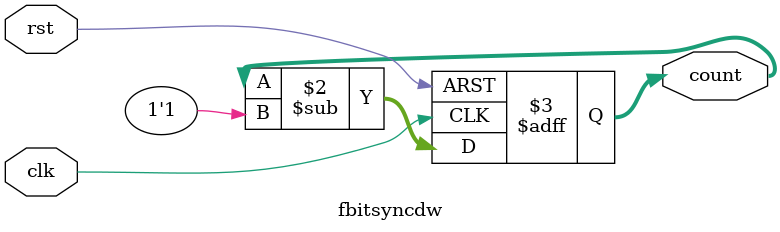
<source format=v>
module fbitsyncdw(clk,rst,count);
input clk,rst;
output reg[3:0]count;
always @(posedge clk or posedge rst ) begin
    if(rst)
    count<=4'hF;
    else
    count<=count-1'b1;
end
endmodule
</source>
